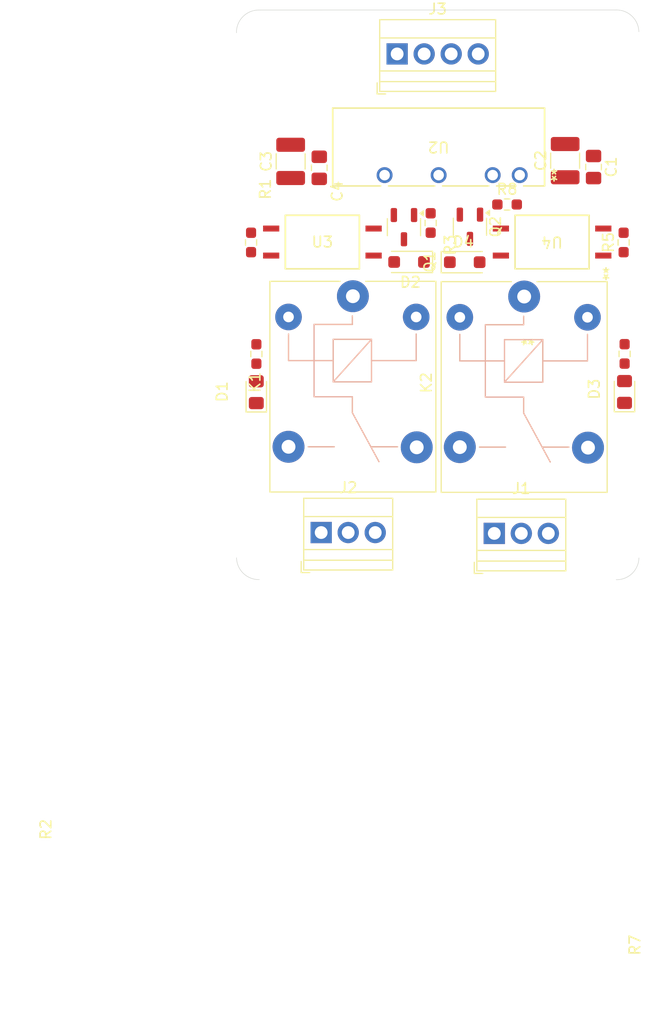
<source format=kicad_pcb>
(kicad_pcb (version 20240108) (generator "pcbnew") (generator_version "8.0")
  (layers (0 "F.Cu" signal) (31 "B.Cu" signal) (34 "B.Paste" user) (35 "F.Paste" user) (36 "B.SilkS" user "B.Silkscreen") (37 "F.SilkS" user "F.Silkscreen") (38 "B.Mask" user) (39 "F.Mask" user) (44 "Edge.Cuts" user))
  (net 0 "")
  (net 1 "GNDD")
  (net 2 "5V_ISO")
  (net 3 "5V_RLY")
  (net 4 "GNDPWR")
  (net 5 "Net-(D1-A)")
  (net 6 "Net-(D1-K)")
  (net 7 "Net-(D3-A)")
  (net 8 "Net-(D3-K)")
  (net 9 "COM1")
  (net 10 "NO1")
  (net 11 "NC1")
  (net 12 "NC2")
  (net 13 "NO2")
  (net 14 "COM2")
  (net 15 "/RE2")
  (net 16 "/RE1")
  (net 17 "Net-(Q1-G)")
  (net 18 "Net-(Q2-G)")
  (net 19 "Net-(R1-Pad2)")
  (net 20 "Net-(R5-Pad2)")
  (footprint "Diode_SMD:D_SOD-123F" (layer "F.Cu") (at 127.4125 60.53)
    (property "Reference" "D4" (at -0.127 -1.905 360) (layer "F.SilkS"))
    (property "Value" "1N4001")
    (fp_line (start -2.21 -1) (end -2.21 1) (stroke (width 0.12)) (layer "F.SilkS"))
    (fp_line (start -2.21 -1) (end 1.65 -1) (stroke (width 0.12)) (layer "F.SilkS"))
    (fp_line (start -2.21 1) (end 1.65 1) (stroke (width 0.12)) (layer "F.SilkS"))
    (pad "1" smd roundrect (at -1.4 0) (size 1.1 1.1) (layers "F.Cu" "F.Paste" "F.Mask") (roundrect_rratio 0.2272727273) (net 8 "Net-(D3-K)"))
    (pad "2" smd roundrect (at 1.4 0) (size 1.1 1.1) (layers "F.Cu" "F.Paste" "F.Mask") (roundrect_rratio 0.2272727273) (net 3 "5V_RLY"))
  )
  (footprint "LED_SMD:LED_0805_2012Metric_Pad1.15x1.40mm_HandSolder" (layer "F.Cu") (at 107.82 72.75 90)
    (property "Reference" "D1" (at 0.0475 -3.21 90) (layer "F.SilkS"))
    (property "Value" "LED")
    (fp_line (start 1 -0.96) (end -1.86 -0.96) (stroke (width 0.12)) (layer "F.SilkS"))
    (fp_line (start -1.86 -0.96) (end -1.86 0.96) (stroke (width 0.12)) (layer "F.SilkS"))
    (fp_line (start -1.86 0.96) (end 1 0.96) (stroke (width 0.12)) (layer "F.SilkS"))
    (pad "1" smd roundrect (at -1.025 0 90) (size 1.15 1.4) (layers "F.Cu" "F.Paste" "F.Mask") (roundrect_rratio 0.217391) (net 6 "Net-(D1-K)"))
    (pad "2" smd roundrect (at 1.025 0 90) (size 1.15 1.4) (layers "F.Cu" "F.Paste" "F.Mask") (roundrect_rratio 0.217391) (net 5 "Net-(D1-A)"))
  )
  (footprint "Capacitor_SMD:C_0805_2012Metric_Pad1.18x1.45mm_HandSolder" (layer "F.Cu") (at 139.52 51.59 -90)
    (property "Reference" "C1" (at 0 -1.66 90) (layer "F.SilkS"))
    (property "Value" "10uF")
    (fp_line (start -0.261252 0.735) (end 0.261252 0.735) (stroke (width 0.12)) (layer "F.SilkS"))
    (fp_line (start -0.261252 -0.735) (end 0.261252 -0.735) (stroke (width 0.12)) (layer "F.SilkS"))
    (pad "1" smd roundrect (at -1.0375 0 270) (size 1.175 1.45) (layers "F.Cu" "F.Paste" "F.Mask") (roundrect_rratio 0.212766) (net 1 "GNDD"))
    (pad "2" smd roundrect (at 1.0375 0 270) (size 1.175 1.45) (layers "F.Cu" "F.Paste" "F.Mask") (roundrect_rratio 0.212766) (net 2 "5V_ISO"))
  )
  (footprint "LED_SMD:LED_0805_2012Metric_Pad1.15x1.40mm_HandSolder" (layer "F.Cu") (at 142.43 72.73 90)
    (property "Reference" "D3" (at 0.273 -2.841 90) (layer "F.SilkS"))
    (property "Value" "LED")
    (fp_line (start 1 -0.96) (end -1.86 -0.96) (stroke (width 0.12)) (layer "F.SilkS"))
    (fp_line (start -1.86 -0.96) (end -1.86 0.96) (stroke (width 0.12)) (layer "F.SilkS"))
    (fp_line (start -1.86 0.96) (end 1 0.96) (stroke (width 0.12)) (layer "F.SilkS"))
    (pad "1" smd roundrect (at -1.025 0 90) (size 1.15 1.4) (layers "F.Cu" "F.Paste" "F.Mask") (roundrect_rratio 0.217391) (net 8 "Net-(D3-K)"))
    (pad "2" smd roundrect (at 1.025 0 90) (size 1.15 1.4) (layers "F.Cu" "F.Paste" "F.Mask") (roundrect_rratio 0.217391) (net 7 "Net-(D3-A)"))
  )
  (footprint "Relay_THT:Relay_SPDT_SANYOU_SRD_Series_Form_C" (layer "F.Cu") (at 133 63.76 -90)
    (property "Reference" "K2" (at 8.1 9.2 90) (layer "F.SilkS"))
    (property "Value" "SRD-05VDC-SL-C")
    (fp_line (start 3.55 6.05) (end 6.05 6.05) (stroke (width 0.12)) (layer "B.SilkS"))
    (fp_line (start 14.15 4.2) (end 14.15 1.75) (stroke (width 0.12)) (layer "B.SilkS"))
    (fp_line (start 9.45 3.65) (end 2.65 3.65) (stroke (width 0.12)) (layer "B.SilkS"))
    (fp_line (start 4.05 1.85) (end 4.05 -1.75) (stroke (width 0.12)) (layer "B.SilkS"))
    (fp_line (start 6.05 1.85) (end 6.05 6.05) (stroke (width 0.12)) (layer "B.SilkS"))
    (fp_line (start 8.05 1.85) (end 4.05 1.85) (stroke (width 0.12)) (layer "B.SilkS"))
    (fp_line (start 8.05 1.85) (end 4.05 -1.75) (stroke (width 0.12)) (layer "B.SilkS"))
    (fp_line (start 2.65 0.05) (end 2.65 3.65) (stroke (width 0.12)) (layer "B.SilkS"))
    (fp_line (start 2.65 0.05) (end 1.85 0.05) (stroke (width 0.12)) (layer "B.SilkS"))
    (fp_line (start 9.45 0.05) (end 9.45 3.65) (stroke (width 0.12)) (layer "B.SilkS"))
    (fp_line (start 9.45 0.05) (end 10.95 0.05) (stroke (width 0.12)) (layer "B.SilkS"))
    (fp_line (start 10.95 0.05) (end 15.55 -2.45) (stroke (width 0.12)) (layer "B.SilkS"))
    (fp_line (start 4.05 -1.75) (end 8.05 -1.75) (stroke (width 0.12)) (layer "B.SilkS"))
    (fp_line (start 8.05 -1.75) (end 8.05 1.85) (stroke (width 0.12)) (layer "B.SilkS"))
    (fp_line (start 14.15 -4.2) (end 14.15 -1.7) (stroke (width 0.12)) (layer "B.SilkS"))
    (fp_line (start 6.05 -5.95) (end 6.05 -1.75) (stroke (width 0.12)) (layer "B.SilkS"))
    (fp_line (start 6.05 -5.95) (end 3.55 -5.95) (stroke (width 0.12)) (layer "B.SilkS"))
    (fp_line (start 18.4 7.8) (end -1.4 7.8) (stroke (width 0.12)) (layer "F.SilkS"))
    (fp_line (start 3.55 6.05) (end 6.05 6.05) (stroke (width 0.12)) (layer "F.SilkS"))
    (fp_line (start 14.15 4.2) (end 14.15 1.75) (stroke (width 0.12)) (layer "F.SilkS"))
    (fp_line (start 9.45 3.65) (end 2.65 3.65) (stroke (width 0.12)) (layer "F.SilkS"))
    (fp_line (start 4.05 1.85) (end 4.05 -1.75) (stroke (width 0.12)) (layer "F.SilkS"))
    (fp_line (start 6.05 1.85) (end 6.05 6.05) (stroke (width 0.12)) (layer "F.SilkS"))
    (fp_line (start 8.05 1.85) (end 4.05 1.85) (stroke (width 0.12)) (layer "F.SilkS"))
    (fp_line (start 8.05 1.85) (end 4.05 -1.75) (stroke (width 0.12)) (layer "F.SilkS"))
    (fp_line (start -1.4 1.2) (end -1.4 7.8) (stroke (width 0.12)) (layer "F.SilkS"))
    (fp_line (start 2.65 0.05) (end 2.65 3.65) (stroke (width 0.12)) (layer "F.SilkS"))
    (fp_line (start 2.65 0.05) (end 1.85 0.05) (stroke (width 0.12)) (layer "F.SilkS"))
    (fp_line (start 9.45 0.05) (end 9.45 3.65) (stroke (width 0.12)) (layer "F.SilkS"))
    (fp_line (start 9.45 0.05) (end 10.95 0.05) (stroke (width 0.12)) (layer "F.SilkS"))
    (fp_line (start 10.95 0.05) (end 15.55 -2.45) (stroke (width 0.12)) (layer "F.SilkS"))
    (fp_line (start 4.05 -1.75) (end 8.05 -1.75) (stroke (width 0.12)) (layer "F.SilkS"))
    (fp_line (start 8.05 -1.75) (end 8.05 1.85) (stroke (width 0.12)) (layer "F.SilkS"))
    (fp_line (start 14.15 -4.2) (end 14.15 -1.7) (stroke (width 0.12)) (layer "F.SilkS"))
    (fp_line (start 6.05 -5.95) (end 6.05 -1.75) (stroke (width 0.12)) (layer "F.SilkS"))
    (fp_line (start 6.05 -5.95) (end 3.55 -5.95) (stroke (width 0.12)) (layer "F.SilkS"))
    (fp_line (start -1.4 -7.8) (end -1.4 -1.2) (stroke (width 0.12)) (layer "F.SilkS"))
    (fp_line (start -1.4 -7.8) (end 18.4 -7.8) (stroke (width 0.12)) (layer "F.SilkS"))
    (fp_line (start 18.4 -7.8) (end 18.4 7.8) (stroke (width 0.12)) (layer "F.SilkS"))
    (pad "1" thru_hole circle (at 0 0) (size 3 3) (drill 1.3) (layers "*.Cu" "*.Mask") (net 14 "COM2"))
    (pad "2" thru_hole circle (at 1.95 6.05) (size 2.5 2.5) (drill 1) (layers "*.Cu" "*.Mask") (net 8 "Net-(D3-K)"))
    (pad "3" thru_hole circle (at 14.15 6.05) (size 3 3) (drill 1.3) (layers "*.Cu" "*.Mask") (net 13 "NO2"))
    (pad "4" thru_hole circle (at 14.2 -6) (size 3 3) (drill 1.3) (layers "*.Cu" "*.Mask") (net 12 "NC2"))
    (pad "5" thru_hole circle (at 1.95 -5.95) (size 2.5 2.5) (drill 1) (layers "*.Cu" "*.Mask") (net 3 "5V_RLY"))
  )
  (footprint "TerminalBlock:TerminalBlock_Xinya_XY308-2.54-4P_1x04_P2.54mm_Horizontal" (layer "F.Cu") (at 121.06 40.96)
    (property "Reference" "J3" (at 3.81 -4.22 0) (layer "F.SilkS"))
    (property "Value" "Screw_Terminal_01x04")
    (fp_line (start -1.88 2.72) (end -1.88 3.76) (stroke (width 0.12)) (layer "F.SilkS"))
    (fp_line (start -1.88 3.76) (end -1.08 3.76) (stroke (width 0.12)) (layer "F.SilkS"))
    (fp_line (start -1.64 -3.22) (end -1.64 3.52) (stroke (width 0.12)) (layer "F.SilkS"))
    (fp_line (start -1.64 -3.22) (end 9.26 -3.22) (stroke (width 0.12)) (layer "F.SilkS"))
    (fp_line (start -1.64 -1.501) (end 9.26 -1.501) (stroke (width 0.12)) (layer "F.SilkS"))
    (fp_line (start -1.64 1.6) (end 9.26 1.6) (stroke (width 0.12)) (layer "F.SilkS"))
    (fp_line (start -1.64 2.6) (end 9.26 2.6) (stroke (width 0.12)) (layer "F.SilkS"))
    (fp_line (start -1.64 3.52) (end 9.26 3.52) (stroke (width 0.12)) (layer "F.SilkS"))
    (fp_line (start 9.26 -3.22) (end 9.26 3.52) (stroke (width 0.12)) (layer "F.SilkS"))
    (pad "1" thru_hole rect (at 0 0) (size 2 2) (drill 1.2) (layers "*.Cu" "*.Mask") (net 1 "GNDD"))
    (pad "2" thru_hole circle (at 2.54 0) (size 2 2) (drill 1.2) (layers "*.Cu" "*.Mask") (net 15 "/RE2"))
    (pad "3" thru_hole circle (at 5.08 0) (size 2 2) (drill 1.2) (layers "*.Cu" "*.Mask") (net 16 "/RE1"))
    (pad "4" thru_hole circle (at 7.62 0) (size 2 2) (drill 1.2) (layers "*.Cu" "*.Mask") (net 2 "5V_ISO"))
  )
  (footprint "Resistor_SMD:R_0603_1608Metric_Pad0.98x0.95mm_HandSolder" (layer "F.Cu") (at 107.83 69.16 -90)
    (property "Reference" "R2" (at 44.6796 19.786 90) (layer "F.SilkS"))
    (property "Value" "1k")
    (fp_line (start -0.254724 0.5225) (end 0.254724 0.5225) (stroke (width 0.12)) (layer "F.SilkS"))
    (fp_line (start -0.254724 -0.5225) (end 0.254724 -0.5225) (stroke (width 0.12)) (layer "F.SilkS"))
    (pad "1" smd roundrect (at -0.9125 0 270) (size 0.975 0.95) (layers "F.Cu" "F.Paste" "F.Mask") (net 3 "5V_RLY"))
    (pad "2" smd roundrect (at 0.9125 0 270) (size 0.975 0.95) (layers "F.Cu" "F.Paste" "F.Mask") (net 5 "Net-(D1-A)"))
  )
  (footprint "Innov:B_S-2WR2_MNS" (layer "F.Cu") (at 132.58 52.35 180)
    (property "Reference" "U2" (at 7.62 2.6416 180) (layer "F.SilkS"))
    (property "Value" "B0505S-2WR3")
    (fp_line (start 17.5768 6.2992) (end 17.5768 -1.016) (stroke (width 0.1524)) (layer "F.SilkS"))
    (fp_line (start 17.5768 -1.016) (end 13.072229 -1.016) (stroke (width 0.1524)) (layer "F.SilkS"))
    (fp_line (start 12.327771 -1.016) (end 7.992229 -1.016) (stroke (width 0.1524)) (layer "F.SilkS"))
    (fp_line (start 7.247771 -1.016) (end 2.912229 -1.016) (stroke (width 0.1524)) (layer "F.SilkS"))
    (fp_line (start 2.167771 -1.016) (end 0.372229 -1.016) (stroke (width 0.1524)) (layer "F.SilkS"))
    (fp_line (start -0.372229 -1.016) (end -2.3368 -1.016) (stroke (width 0.1524)) (layer "F.SilkS"))
    (fp_line (start -2.3368 6.2992) (end 17.5768 6.2992) (stroke (width 0.1524)) (layer "F.SilkS"))
    (fp_line (start -2.3368 -1.016) (end -2.3368 6.2992) (stroke (width 0.1524)) (layer "F.SilkS"))
    (fp_text user "*" (at -3.2258 0 0) (layer "F.SilkS"))
    (fp_text user "*" (at -3.2258 0 180) (layer "F.SilkS"))
    (pad "1" thru_hole circle (at 0 0 180) (size 1.4986 1.4986) (drill 0.9906) (layers "*.Cu" "*.Mask") (net 2 "5V_ISO"))
    (pad "2" thru_hole circle (at 2.54 0 180) (size 1.4986 1.4986) (drill 0.9906) (layers "*.Cu" "*.Mask") (net 1 "GNDD"))
    (pad "4" thru_hole circle (at 7.62 0 180) (size 1.4986 1.4986) (drill 0.9906) (layers "*.Cu" "*.Mask") (net 4 "GNDPWR"))
    (pad "6" thru_hole circle (at 12.7 0 180) (size 1.4986 1.4986) (drill 0.9906) (layers "*.Cu" "*.Mask") (net 3 "5V_RLY"))
  )
  (footprint "Capacitor_SMD:C_0805_2012Metric_Pad1.18x1.45mm_HandSolder" (layer "F.Cu") (at 113.74 51.6625 -90)
    (property "Reference" "C4" (at 2.21 -1.68 90) (layer "F.SilkS"))
    (property "Value" "10uF")
    (fp_line (start -0.261252 0.735) (end 0.261252 0.735) (stroke (width 0.12)) (layer "F.SilkS"))
    (fp_line (start -0.261252 -0.735) (end 0.261252 -0.735) (stroke (width 0.12)) (layer "F.SilkS"))
    (pad "1" smd roundrect (at -1.0375 0 270) (size 1.175 1.45) (layers "F.Cu" "F.Paste" "F.Mask") (roundrect_rratio 0.212766) (net 4 "GNDPWR"))
    (pad "2" smd roundrect (at 1.0375 0 270) (size 1.175 1.45) (layers "F.Cu" "F.Paste" "F.Mask") (roundrect_rratio 0.212766) (net 3 "5V_RLY"))
  )
  (footprint "Resistor_SMD:R_0603_1608Metric_Pad0.98x0.95mm_HandSolder" (layer "F.Cu") (at 107.33 58.6775 -90)
    (property "Reference" "R1" (at -5.01 -1.3451 90) (layer "F.SilkS"))
    (property "Value" "180")
    (fp_line (start -0.254724 0.5225) (end 0.254724 0.5225) (stroke (width 0.12)) (layer "F.SilkS"))
    (fp_line (start -0.254724 -0.5225) (end 0.254724 -0.5225) (stroke (width 0.12)) (layer "F.SilkS"))
    (pad "1" smd roundrect (at -0.9125 0 270) (size 0.975 0.95) (layers "F.Cu" "F.Paste" "F.Mask") (net 16 "/RE1"))
    (pad "2" smd roundrect (at 0.9125 0 270) (size 0.975 0.95) (layers "F.Cu" "F.Paste" "F.Mask") (net 19 "Net-(R1-Pad2)"))
  )
  (footprint "Innov:APC-817xx-SL_AMB" (layer "F.Cu") (at 114.0333 58.64)
    (property "Reference" "U3" (at 0 0 0) (layer "F.SilkS"))
    (property "Value" "PC817")
    (fp_line (start -3.4798 -2.5146) (end -3.4798 2.5146) (stroke (width 0.1524)) (layer "F.SilkS"))
    (fp_line (start -3.4798 2.5146) (end 3.4798 2.5146) (stroke (width 0.1524)) (layer "F.SilkS"))
    (fp_line (start 3.4798 -2.5146) (end -3.4798 -2.5146) (stroke (width 0.1524)) (layer "F.SilkS"))
    (fp_line (start 3.4798 2.5146) (end 3.4798 -2.5146) (stroke (width 0.1524)) (layer "F.SilkS"))
    (fp_text user "*" (at 19.3083 9.395 90) (layer "F.SilkS"))
    (fp_text user "*" (at 19.3083 9.395 -90) (layer "F.SilkS"))
    (pad "1" smd rect (at -4.8133 -1.27) (size 1.524 0.5588) (layers "F.Cu" "F.Paste" "F.Mask") (net 2 "5V_ISO"))
    (pad "2" smd rect (at -4.8133 1.27) (size 1.524 0.5588) (layers "F.Cu" "F.Paste" "F.Mask") (net 19 "Net-(R1-Pad2)"))
    (pad "3" smd rect (at 4.8133 1.27) (size 1.524 0.5588) (layers "F.Cu" "F.Paste" "F.Mask") (net 17 "Net-(Q1-G)"))
    (pad "4" smd rect (at 4.8133 -1.27) (size 1.524 0.5588) (layers "F.Cu" "F.Paste" "F.Mask") (net 3 "5V_RLY"))
  )
  (footprint "Capacitor_SMD:C_1210_3225Metric_Pad1.33x2.70mm_HandSolder" (layer "F.Cu") (at 136.85 50.99 90)
    (property "Reference" "C2" (at 0 -2.3 90) (layer "F.SilkS"))
    (property "Value" "100uF")
    (fp_line (start -0.711252 -1.36) (end 0.711252 -1.36) (stroke (width 0.12)) (layer "F.SilkS"))
    (fp_line (start -0.711252 1.36) (end 0.711252 1.36) (stroke (width 0.12)) (layer "F.SilkS"))
    (pad "1" smd roundrect (at -1.5625 0 90) (size 1.325 2.7) (layers "F.Cu" "F.Paste" "F.Mask") (roundrect_rratio 0.188679) (net 2 "5V_ISO"))
    (pad "2" smd roundrect (at 1.5625 0 90) (size 1.325 2.7) (layers "F.Cu" "F.Paste" "F.Mask") (roundrect_rratio 0.188679) (net 1 "GNDD"))
  )
  (footprint "Capacitor_SMD:C_1210_3225Metric_Pad1.33x2.70mm_HandSolder" (layer "F.Cu") (at 111.05 51.06 90)
    (property "Reference" "C3" (at 0 -2.3 90) (layer "F.SilkS"))
    (property "Value" "100uF")
    (fp_line (start -0.711252 -1.36) (end 0.711252 -1.36) (stroke (width 0.12)) (layer "F.SilkS"))
    (fp_line (start -0.711252 1.36) (end 0.711252 1.36) (stroke (width 0.12)) (layer "F.SilkS"))
    (pad "1" smd roundrect (at -1.5625 0 90) (size 1.325 2.7) (layers "F.Cu" "F.Paste" "F.Mask") (roundrect_rratio 0.188679) (net 3 "5V_RLY"))
    (pad "2" smd roundrect (at 1.5625 0 90) (size 1.325 2.7) (layers "F.Cu" "F.Paste" "F.Mask") (roundrect_rratio 0.188679) (net 4 "GNDPWR"))
  )
  (footprint "Package_TO_SOT_SMD:SOT-23-3" (layer "F.Cu") (at 127.9025 57.2 -90)
    (property "Reference" "Q2" (at 0 -2.4 90) (layer "F.SilkS"))
    (property "Value" "Q_NMOS_Depletion_GSD")
    (fp_line (start 0 1.56) (end -0.8 1.56) (stroke (width 0.12)) (layer "F.SilkS"))
    (fp_line (start 0 1.56) (end 0.8 1.56) (stroke (width 0.12)) (layer "F.SilkS"))
    (fp_line (start 0 -1.56) (end -0.8 -1.56) (stroke (width 0.12)) (layer "F.SilkS"))
    (fp_line (start 0 -1.56) (end 0.8 -1.56) (stroke (width 0.12)) (layer "F.SilkS"))
    (fp_poly (pts (xy -1.3 -1.51) (xy -1.54 -1.84) (xy -1.06 -1.84) (xy -1.3 -1.51)) (stroke (width 0.12)) (fill solid) (layer "F.SilkS"))
    (pad "1" smd roundrect (at -1.1375 -0.95 270) (size 1.325 0.6) (layers "F.Cu" "F.Paste" "F.Mask") (net 18 "Net-(Q2-G)"))
    (pad "2" smd roundrect (at -1.1375 0.95 270) (size 1.325 0.6) (layers "F.Cu" "F.Paste" "F.Mask") (net 4 "GNDPWR"))
    (pad "3" smd roundrect (at 1.1375 0 270) (size 1.325 0.6) (layers "F.Cu" "F.Paste" "F.Mask") (net 8 "Net-(D3-K)"))
  )
  (footprint "Relay_THT:Relay_SPDT_SANYOU_SRD_Series_Form_C" (layer "F.Cu") (at 116.9 63.73 -90)
    (property "Reference" "K1" (at 8.1 9.2 90) (layer "F.SilkS"))
    (property "Value" "SRD-05VDC-SL-C")
    (fp_line (start 3.55 6.05) (end 6.05 6.05) (stroke (width 0.12)) (layer "B.SilkS"))
    (fp_line (start 14.15 4.2) (end 14.15 1.75) (stroke (width 0.12)) (layer "B.SilkS"))
    (fp_line (start 9.45 3.65) (end 2.65 3.65) (stroke (width 0.12)) (layer "B.SilkS"))
    (fp_line (start 4.05 1.85) (end 4.05 -1.75) (stroke (width 0.12)) (layer "B.SilkS"))
    (fp_line (start 6.05 1.85) (end 6.05 6.05) (stroke (width 0.12)) (layer "B.SilkS"))
    (fp_line (start 8.05 1.85) (end 4.05 1.85) (stroke (width 0.12)) (layer "B.SilkS"))
    (fp_line (start 8.05 1.85) (end 4.05 -1.75) (stroke (width 0.12)) (layer "B.SilkS"))
    (fp_line (start 2.65 0.05) (end 2.65 3.65) (stroke (width 0.12)) (layer "B.SilkS"))
    (fp_line (start 2.65 0.05) (end 1.85 0.05) (stroke (width 0.12)) (layer "B.SilkS"))
    (fp_line (start 9.45 0.05) (end 9.45 3.65) (stroke (width 0.12)) (layer "B.SilkS"))
    (fp_line (start 9.45 0.05) (end 10.95 0.05) (stroke (width 0.12)) (layer "B.SilkS"))
    (fp_line (start 10.95 0.05) (end 15.55 -2.45) (stroke (width 0.12)) (layer "B.SilkS"))
    (fp_line (start 4.05 -1.75) (end 8.05 -1.75) (stroke (width 0.12)) (layer "B.SilkS"))
    (fp_line (start 8.05 -1.75) (end 8.05 1.85) (stroke (width 0.12)) (layer "B.SilkS"))
    (fp_line (start 14.15 -4.2) (end 14.15 -1.7) (stroke (width 0.12)) (layer "B.SilkS"))
    (fp_line (start 6.05 -5.95) (end 6.05 -1.75) (stroke (width 0.12)) (layer "B.SilkS"))
    (fp_line (start 6.05 -5.95) (end 3.55 -5.95) (stroke (width 0.12)) (layer "B.SilkS"))
    (fp_line (start 18.4 7.8) (end -1.4 7.8) (stroke (width 0.12)) (layer "F.SilkS"))
    (fp_line (start 3.55 6.05) (end 6.05 6.05) (stroke (width 0.12)) (layer "F.SilkS"))
    (fp_line (start 14.15 4.2) (end 14.15 1.75) (stroke (width 0.12)) (layer "F.SilkS"))
    (fp_line (start 9.45 3.65) (end 2.65 3.65) (stroke (width 0.12)) (layer "F.SilkS"))
    (fp_line (start 4.05 1.85) (end 4.05 -1.75) (stroke (width 0.12)) (layer "F.SilkS"))
    (fp_line (start 6.05 1.85) (end 6.05 6.05) (stroke (width 0.12)) (layer "F.SilkS"))
    (fp_line (start 8.05 1.85) (end 4.05 1.85) (stroke (width 0.12)) (layer "F.SilkS"))
    (fp_line (start 8.05 1.85) (end 4.05 -1.75) (stroke (width 0.12)) (layer "F.SilkS"))
    (fp_line (start -1.4 1.2) (end -1.4 7.8) (stroke (width 0.12)) (layer "F.SilkS"))
    (fp_line (start 2.65 0.05) (end 2.65 3.65) (stroke (width 0.12)) (layer "F.SilkS"))
    (fp_line (start 2.65 0.05) (end 1.85 0.05) (stroke (width 0.12)) (layer "F.SilkS"))
    (fp_line (start 9.45 0.05) (end 9.45 3.65) (stroke (width 0.12)) (layer "F.SilkS"))
    (fp_line (start 9.45 0.05) (end 10.95 0.05) (stroke (width 0.12)) (layer "F.SilkS"))
    (fp_line (start 10.95 0.05) (end 15.55 -2.45) (stroke (width 0.12)) (layer "F.SilkS"))
    (fp_line (start 4.05 -1.75) (end 8.05 -1.75) (stroke (width 0.12)) (layer "F.SilkS"))
    (fp_line (start 8.05 -1.75) (end 8.05 1.85) (stroke (width 0.12)) (layer "F.SilkS"))
    (fp_line (start 14.15 -4.2) (end 14.15 -1.7) (stroke (width 0.12)) (layer "F.SilkS"))
    (fp_line (start 6.05 -5.95) (end 6.05 -1.75) (stroke (width 0.12)) (layer "F.SilkS"))
    (fp_line (start 6.05 -5.95) (end 3.55 -5.95) (stroke (width 0.12)) (layer "F.SilkS"))
    (fp_line (start -1.4 -7.8) (end -1.4 -1.2) (stroke (width 0.12)) (layer "F.SilkS"))
    (fp_line (start -1.4 -7.8) (end 18.4 -7.8) (stroke (width 0.12)) (layer "F.SilkS"))
    (fp_line (start 18.4 -7.8) (end 18.4 7.8) (stroke (width 0.12)) (layer "F.SilkS"))
    (pad "1" thru_hole circle (at 0 0) (size 3 3) (drill 1.3) (layers "*.Cu" "*.Mask") (net 9 "COM1"))
    (pad "2" thru_hole circle (at 1.95 6.05) (size 2.5 2.5) (drill 1) (layers "*.Cu" "*.Mask") (net 6 "Net-(D1-K)"))
    (pad "3" thru_hole circle (at 14.15 6.05) (size 3 3) (drill 1.3) (layers "*.Cu" "*.Mask") (net 10 "NO1"))
    (pad "4" thru_hole circle (at 14.2 -6) (size 3 3) (drill 1.3) (layers "*.Cu" "*.Mask") (net 11 "NC1"))
    (pad "5" thru_hole circle (at 1.95 -5.95) (size 2.5 2.5) (drill 1) (layers "*.Cu" "*.Mask") (net 3 "5V_RLY"))
  )
  (footprint "Innov:APC-817xx-SL_AMB" (layer "F.Cu") (at 135.6233 58.64 180)
    (property "Reference" "U4" (at 0 0 180) (layer "F.SilkS"))
    (property "Value" "PC817")
    (fp_line (start 3.4798 2.5146) (end 3.4798 -2.5146) (stroke (width 0.1524)) (layer "F.SilkS"))
    (fp_line (start 3.4798 -2.5146) (end -3.4798 -2.5146) (stroke (width 0.1524)) (layer "F.SilkS"))
    (fp_line (start -3.4798 2.5146) (end 3.4798 2.5146) (stroke (width 0.1524)) (layer "F.SilkS"))
    (fp_line (start -3.4798 -2.5146) (end -3.4798 2.5146) (stroke (width 0.1524)) (layer "F.SilkS"))
    (fp_text user "*" (at -5.0673 -2.9718 360) (layer "F.SilkS"))
    (fp_text user "*" (at -5.0673 -2.9718 180) (layer "F.SilkS"))
    (pad "1" smd rect (at -4.8133 -1.27 180) (size 1.524 0.5588) (layers "F.Cu" "F.Paste" "F.Mask") (net 2 "5V_ISO"))
    (pad "2" smd rect (at -4.8133 1.27 180) (size 1.524 0.5588) (layers "F.Cu" "F.Paste" "F.Mask") (net 20 "Net-(R5-Pad2)"))
    (pad "3" smd rect (at 4.8133 1.27 180) (size 1.524 0.5588) (layers "F.Cu" "F.Paste" "F.Mask") (net 18 "Net-(Q2-G)"))
    (pad "4" smd rect (at 4.8133 -1.27 180) (size 1.524 0.5588) (layers "F.Cu" "F.Paste" "F.Mask") (net 3 "5V_RLY"))
  )
  (footprint "Resistor_SMD:R_0603_1608Metric_Pad0.98x0.95mm_HandSolder" (layer "F.Cu") (at 142.44 69.15 -90)
    (property "Reference" "R7" (at 55.55 -0.9684 90) (layer "F.SilkS"))
    (property "Value" "1k")
    (fp_line (start -0.254724 0.5225) (end 0.254724 0.5225) (stroke (width 0.12)) (layer "F.SilkS"))
    (fp_line (start -0.254724 -0.5225) (end 0.254724 -0.5225) (stroke (width 0.12)) (layer "F.SilkS"))
    (pad "1" smd roundrect (at -0.9125 0 270) (size 0.975 0.95) (layers "F.Cu" "F.Paste" "F.Mask") (net 3 "5V_RLY"))
    (pad "2" smd roundrect (at 0.9125 0 270) (size 0.975 0.95) (layers "F.Cu" "F.Paste" "F.Mask") (net 7 "Net-(D3-A)"))
  )
  (footprint "Resistor_SMD:R_0603_1608Metric_Pad0.98x0.95mm_HandSolder" (layer "F.Cu") (at 131.3925 55.11)
    (property "Reference" "R8" (at 0 -1.43 360) (layer "F.SilkS"))
    (property "Value" "10K")
    (fp_line (start -0.254724 -0.5225) (end 0.254724 -0.5225) (stroke (width 0.12)) (layer "F.SilkS"))
    (fp_line (start -0.254724 0.5225) (end 0.254724 0.5225) (stroke (width 0.12)) (layer "F.SilkS"))
    (pad "1" smd roundrect (at -0.9125 0) (size 0.975 0.95) (layers "F.Cu" "F.Paste" "F.Mask") (net 18 "Net-(Q2-G)"))
    (pad "2" smd roundrect (at 0.9125 0) (size 0.975 0.95) (layers "F.Cu" "F.Paste" "F.Mask") (net 4 "GNDPWR"))
  )
  (footprint "Resistor_SMD:R_0603_1608Metric_Pad0.98x0.95mm_HandSolder" (layer "F.Cu") (at 142.3466 58.6775 90)
    (property "Reference" "R5" (at 0 -1.43 90) (layer "F.SilkS"))
    (property "Value" "180")
    (fp_line (start -0.254724 -0.5225) (end 0.254724 -0.5225) (stroke (width 0.12)) (layer "F.SilkS"))
    (fp_line (start -0.254724 0.5225) (end 0.254724 0.5225) (stroke (width 0.12)) (layer "F.SilkS"))
    (pad "1" smd roundrect (at -0.9125 0 90) (size 0.975 0.95) (layers "F.Cu" "F.Paste" "F.Mask") (net 15 "/RE2"))
    (pad "2" smd roundrect (at 0.9125 0 90) (size 0.975 0.95) (layers "F.Cu" "F.Paste" "F.Mask") (net 20 "Net-(R5-Pad2)"))
  )
  (footprint "Resistor_SMD:R_0603_1608Metric_Pad0.98x0.95mm_HandSolder" (layer "F.Cu") (at 124.21 56.8475 -90)
    (property "Reference" "R3" (at 2.065 -1.83 90) (layer "F.SilkS"))
    (property "Value" "10K")
    (fp_line (start -0.254724 0.5225) (end 0.254724 0.5225) (stroke (width 0.12)) (layer "F.SilkS"))
    (fp_line (start -0.254724 -0.5225) (end 0.254724 -0.5225) (stroke (width 0.12)) (layer "F.SilkS"))
    (pad "1" smd roundrect (at -0.9125 0 270) (size 0.975 0.95) (layers "F.Cu" "F.Paste" "F.Mask") (net 17 "Net-(Q1-G)"))
    (pad "2" smd roundrect (at 0.9125 0 270) (size 0.975 0.95) (layers "F.Cu" "F.Paste" "F.Mask") (net 4 "GNDPWR"))
  )
  (footprint "TerminalBlock:TerminalBlock_Xinya_XY308-2.54-3P_1x03_P2.54mm_Horizontal" (layer "F.Cu") (at 113.92 85.94)
    (property "Reference" "J2" (at 2.54 -4.22 0) (layer "F.SilkS"))
    (property "Value" "RELAY2")
    (fp_line (start -1.88 2.72) (end -1.88 3.76) (stroke (width 0.12)) (layer "F.SilkS"))
    (fp_line (start -1.88 3.76) (end -1.08 3.76) (stroke (width 0.12)) (layer "F.SilkS"))
    (fp_line (start -1.64 -3.22) (end -1.64 3.52) (stroke (width 0.12)) (layer "F.SilkS"))
    (fp_line (start -1.64 -3.22) (end 6.721 -3.22) (stroke (width 0.12)) (layer "F.SilkS"))
    (fp_line (start -1.64 -1.501) (end 6.721 -1.501) (stroke (width 0.12)) (layer "F.SilkS"))
    (fp_line (start -1.64 1.6) (end 6.721 1.6) (stroke (width 0.12)) (layer "F.SilkS"))
    (fp_line (start -1.64 2.6) (end 6.721 2.6) (stroke (width 0.12)) (layer "F.SilkS"))
    (fp_line (start -1.64 3.52) (end 6.721 3.52) (stroke (width 0.12)) (layer "F.SilkS"))
    (fp_line (start 6.721 -3.22) (end 6.721 3.52) (stroke (width 0.12)) (layer "F.SilkS"))
    (pad "1" thru_hole rect (at 0 0) (size 2 2) (drill 1.2) (layers "*.Cu" "*.Mask") (net 13 "NO2"))
    (pad "2" thru_hole circle (at 2.54 0) (size 2 2) (drill 1.2) (layers "*.Cu" "*.Mask") (net 14 "COM2"))
    (pad "3" thru_hole circle (at 5.08 0) (size 2 2) (drill 1.2) (layers "*.Cu" "*.Mask") (net 12 "NC2"))
  )
  (footprint "Diode_SMD:D_SOD-123F" (layer "F.Cu") (at 122.18 60.51 180)
    (property "Reference" "D2" (at -0.127 -1.905 360) (layer "F.SilkS"))
    (property "Value" "1N4001")
    (fp_line (start -2.21 1) (end 1.65 1) (stroke (width 0.12)) (layer "F.SilkS"))
    (fp_line (start -2.21 -1) (end 1.65 -1) (stroke (width 0.12)) (layer "F.SilkS"))
    (fp_line (start -2.21 -1) (end -2.21 1) (stroke (width 0.12)) (layer "F.SilkS"))
    (pad "1" smd roundrect (at -1.4 0 180) (size 1.1 1.1) (layers "F.Cu" "F.Paste" "F.Mask") (roundrect_rratio 0.2272727273) (net 6 "Net-(D1-K)"))
    (pad "2" smd roundrect (at 1.4 0 180) (size 1.1 1.1) (layers "F.Cu" "F.Paste" "F.Mask") (roundrect_rratio 0.2272727273) (net 3 "5V_RLY"))
  )
  (footprint "TerminalBlock:TerminalBlock_Xinya_XY308-2.54-3P_1x03_P2.54mm_Horizontal" (layer "F.Cu") (at 130.19 86.02)
    (property "Reference" "J1" (at 2.54 -4.22 0) (layer "F.SilkS"))
    (property "Value" "RELAY1")
    (fp_line (start -1.88 2.72) (end -1.88 3.76) (stroke (width 0.12)) (layer "F.SilkS"))
    (fp_line (start -1.88 3.76) (end -1.08 3.76) (stroke (width 0.12)) (layer "F.SilkS"))
    (fp_line (start -1.64 -3.22) (end -1.64 3.52) (stroke (width 0.12)) (layer "F.SilkS"))
    (fp_line (start -1.64 -3.22) (end 6.721 -3.22) (stroke (width 0.12)) (layer "F.SilkS"))
    (fp_line (start -1.64 -1.501) (end 6.721 -1.501) (stroke (width 0.12)) (layer "F.SilkS"))
    (fp_line (start -1.64 1.6) (end 6.721 1.6) (stroke (width 0.12)) (layer "F.SilkS"))
    (fp_line (start -1.64 2.6) (end 6.721 2.6) (stroke (width 0.12)) (layer "F.SilkS"))
    (fp_line (start -1.64 3.52) (end 6.721 3.52) (stroke (width 0.12)) (layer "F.SilkS"))
    (fp_line (start 6.721 -3.22) (end 6.721 3.52) (stroke (width 0.12)) (layer "F.SilkS"))
    (pad "1" thru_hole rect (at 0 0) (size 2 2) (drill 1.2) (layers "*.Cu" "*.Mask") (net 10 "NO1"))
    (pad "2" thru_hole circle (at 2.54 0) (size 2 2) (drill 1.2) (layers "*.Cu" "*.Mask") (net 9 "COM1"))
    (pad "3" thru_hole circle (at 5.08 0) (size 2 2) (drill 1.2) (layers "*.Cu" "*.Mask") (net 11 "NC1"))
  )
  (footprint "Package_TO_SOT_SMD:SOT-23-3" (layer "F.Cu") (at 121.7 57.24 -90)
    (property "Reference" "Q1" (at 3.2625 -2.43 90) (layer "F.SilkS"))
    (property "Value" "Q_NMOS_Depletion_GSD")
    (fp_line (start 0 1.56) (end -0.8 1.56) (stroke (width 0.12)) (layer "F.SilkS"))
    (fp_line (start 0 1.56) (end 0.8 1.56) (stroke (width 0.12)) (layer "F.SilkS"))
    (fp_line (start 0 -1.56) (end -0.8 -1.56) (stroke (width 0.12)) (layer "F.SilkS"))
    (fp_line (start 0 -1.56) (end 0.8 -1.56) (stroke (width 0.12)) (layer "F.SilkS"))
    (fp_poly (pts (xy -1.3 -1.51) (xy -1.54 -1.84) (xy -1.06 -1.84) (xy -1.3 -1.51)) (stroke (width 0.12)) (fill solid) (layer "F.SilkS"))
    (pad "1" smd roundrect (at -1.1375 -0.95 270) (size 1.325 0.6) (layers "F.Cu" "F.Paste" "F.Mask") (net 17 "Net-(Q1-G)"))
    (pad "2" smd roundrect (at -1.1375 0.95 270) (size 1.325 0.6) (layers "F.Cu" "F.Paste" "F.Mask") (net 4 "GNDPWR"))
    (pad "3" smd roundrect (at 1.1375 0 270) (size 1.325 0.6) (layers "F.Cu" "F.Paste" "F.Mask") (net 6 "Net-(D1-K)"))
  )
  (gr_line (start 108.008332 36.834687) (end 141.64 36.83) (stroke (width 0.05)) (layer "Edge.Cuts"))
  (gr_arc (start 141.64 36.83) (mid 143.134687 37.411668) (end 143.78 38.88) (stroke (width 0.05)) (layer "Edge.Cuts"))
  (gr_arc (start 105.958332 38.974687) (mid 106.54 37.48) (end 108.008332 36.834687) (stroke (width 0.05)) (layer "Edge.Cuts"))
  (gr_arc (start 143.785313 88.321668) (mid 143.14 89.79) (end 141.645313 90.371668) (stroke (width 0.05)) (layer "Edge.Cuts"))
  (gr_arc (start 108.104687 90.361668) (mid 106.61 89.78) (end 105.964687 88.311668) (stroke (width 0.05)) (layer "Edge.Cuts"))
)
</source>
